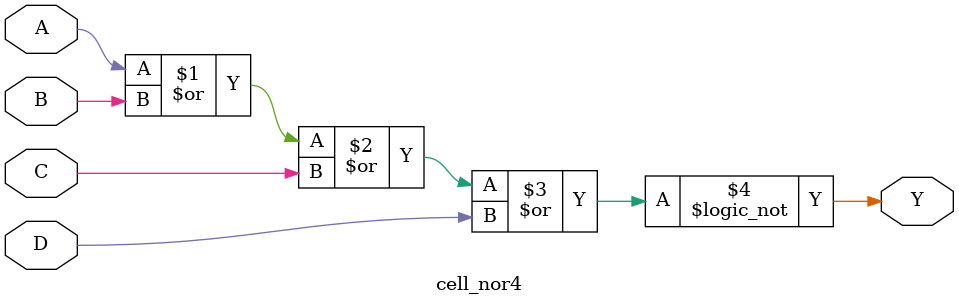
<source format=v>
`timescale 1ps/1ps
module cell_nor4
(
    input wire A,
    input wire B,
    input wire C,
    input wire D,
    output wire Y
);
    assign Y = !(A | B | C | D);
endmodule

</source>
